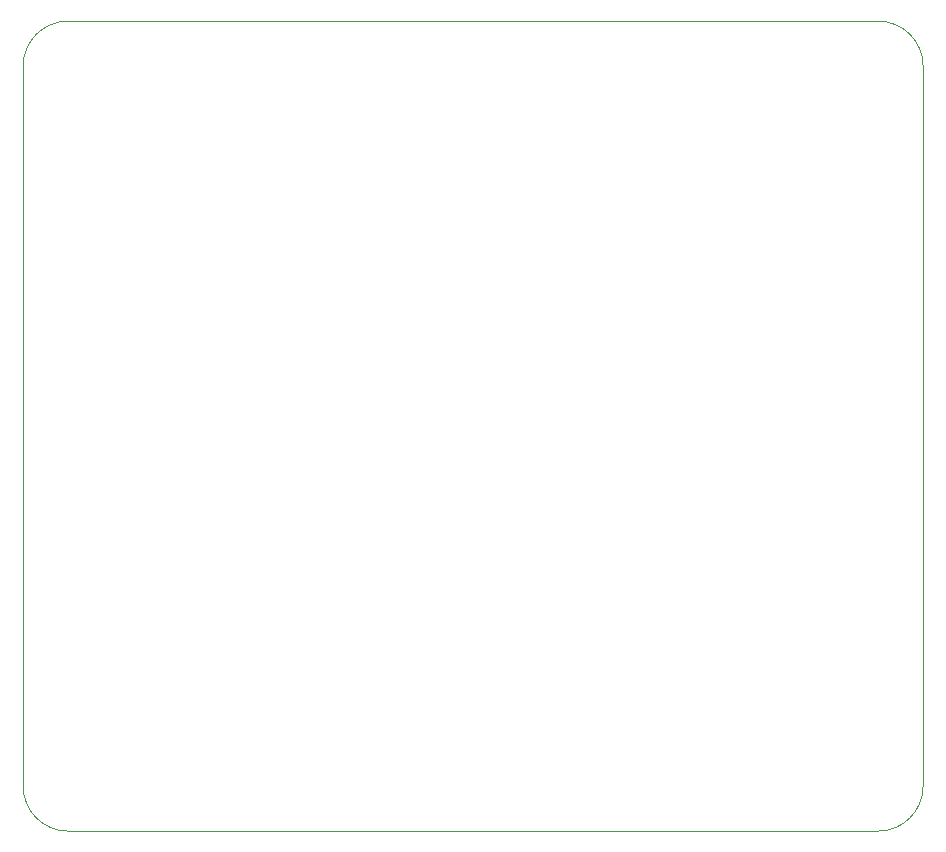
<source format=gbr>
%TF.GenerationSoftware,KiCad,Pcbnew,6.0.4+dfsg-1+b1*%
%TF.CreationDate,2022-05-07T15:52:57-05:00*%
%TF.ProjectId,color-spray,61726475-696e-46f2-9d6d-6964692d6172,rev?*%
%TF.SameCoordinates,Original*%
%TF.FileFunction,Profile,NP*%
%FSLAX46Y46*%
G04 Gerber Fmt 4.6, Leading zero omitted, Abs format (unit mm)*
G04 Created by KiCad (PCBNEW 6.0.4+dfsg-1+b1) date 2022-05-07 15:52:57*
%MOMM*%
%LPD*%
G01*
G04 APERTURE LIST*
%TA.AperFunction,Profile*%
%ADD10C,0.100000*%
%TD*%
G04 APERTURE END LIST*
D10*
X118120000Y-64125000D02*
X118120000Y-125085000D01*
X190510000Y-128895000D02*
G75*
G03*
X194320000Y-125085000I0J3810000D01*
G01*
X118120000Y-125085000D02*
G75*
G03*
X121930000Y-128895000I3810000J0D01*
G01*
X121930000Y-60315000D02*
G75*
G03*
X118120000Y-64125000I0J-3810000D01*
G01*
X121930000Y-128895000D02*
X190510000Y-128895000D01*
X194310000Y-125085000D02*
X194310000Y-64125000D01*
X190510000Y-60315000D02*
X121930000Y-60315000D01*
X194320000Y-64125000D02*
G75*
G03*
X190510000Y-60315000I-3810000J0D01*
G01*
M02*

</source>
